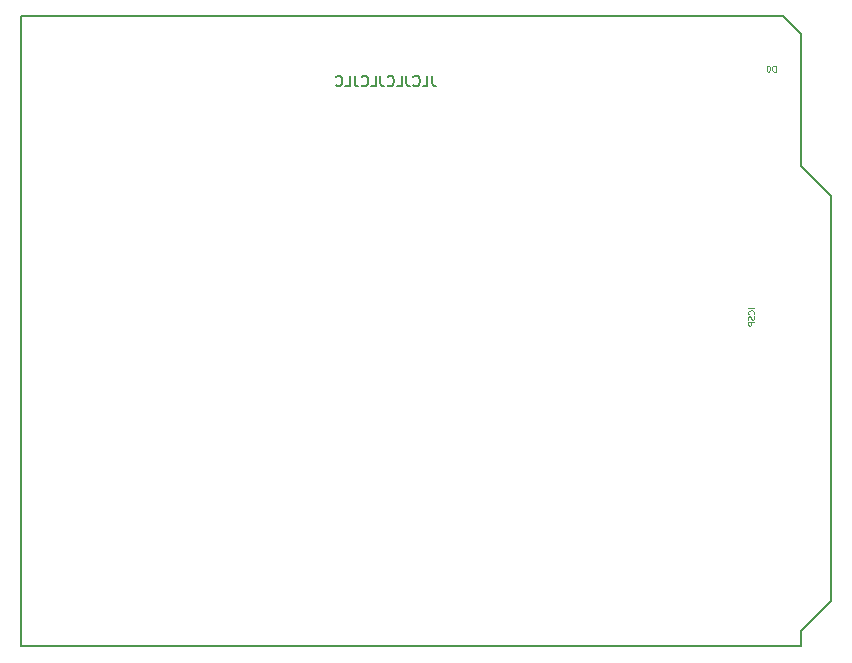
<source format=gbr>
%TF.GenerationSoftware,KiCad,Pcbnew,7.0.2-0*%
%TF.CreationDate,2023-05-27T13:50:39-05:00*%
%TF.ProjectId,CowPi-Shield,436f7750-692d-4536-9869-656c642e6b69,mk3b*%
%TF.SameCoordinates,Original*%
%TF.FileFunction,Legend,Bot*%
%TF.FilePolarity,Positive*%
%FSLAX46Y46*%
G04 Gerber Fmt 4.6, Leading zero omitted, Abs format (unit mm)*
G04 Created by KiCad (PCBNEW 7.0.2-0) date 2023-05-27 13:50:39*
%MOMM*%
%LPD*%
G01*
G04 APERTURE LIST*
%ADD10C,0.150000*%
%ADD11C,0.125000*%
%ADD12C,0.075000*%
G04 APERTURE END LIST*
D10*
X134736189Y-84633227D02*
X134736189Y-85240370D01*
X134736189Y-85240370D02*
X134776666Y-85361798D01*
X134776666Y-85361798D02*
X134857618Y-85442751D01*
X134857618Y-85442751D02*
X134979047Y-85483227D01*
X134979047Y-85483227D02*
X135059999Y-85483227D01*
X133926666Y-85483227D02*
X134331428Y-85483227D01*
X134331428Y-85483227D02*
X134331428Y-84633227D01*
X133157618Y-85402274D02*
X133198094Y-85442751D01*
X133198094Y-85442751D02*
X133319523Y-85483227D01*
X133319523Y-85483227D02*
X133400475Y-85483227D01*
X133400475Y-85483227D02*
X133521904Y-85442751D01*
X133521904Y-85442751D02*
X133602856Y-85361798D01*
X133602856Y-85361798D02*
X133643333Y-85280846D01*
X133643333Y-85280846D02*
X133683809Y-85118941D01*
X133683809Y-85118941D02*
X133683809Y-84997512D01*
X133683809Y-84997512D02*
X133643333Y-84835608D01*
X133643333Y-84835608D02*
X133602856Y-84754655D01*
X133602856Y-84754655D02*
X133521904Y-84673703D01*
X133521904Y-84673703D02*
X133400475Y-84633227D01*
X133400475Y-84633227D02*
X133319523Y-84633227D01*
X133319523Y-84633227D02*
X133198094Y-84673703D01*
X133198094Y-84673703D02*
X133157618Y-84714179D01*
X132550475Y-84633227D02*
X132550475Y-85240370D01*
X132550475Y-85240370D02*
X132590952Y-85361798D01*
X132590952Y-85361798D02*
X132671904Y-85442751D01*
X132671904Y-85442751D02*
X132793333Y-85483227D01*
X132793333Y-85483227D02*
X132874285Y-85483227D01*
X131740952Y-85483227D02*
X132145714Y-85483227D01*
X132145714Y-85483227D02*
X132145714Y-84633227D01*
X130971904Y-85402274D02*
X131012380Y-85442751D01*
X131012380Y-85442751D02*
X131133809Y-85483227D01*
X131133809Y-85483227D02*
X131214761Y-85483227D01*
X131214761Y-85483227D02*
X131336190Y-85442751D01*
X131336190Y-85442751D02*
X131417142Y-85361798D01*
X131417142Y-85361798D02*
X131457619Y-85280846D01*
X131457619Y-85280846D02*
X131498095Y-85118941D01*
X131498095Y-85118941D02*
X131498095Y-84997512D01*
X131498095Y-84997512D02*
X131457619Y-84835608D01*
X131457619Y-84835608D02*
X131417142Y-84754655D01*
X131417142Y-84754655D02*
X131336190Y-84673703D01*
X131336190Y-84673703D02*
X131214761Y-84633227D01*
X131214761Y-84633227D02*
X131133809Y-84633227D01*
X131133809Y-84633227D02*
X131012380Y-84673703D01*
X131012380Y-84673703D02*
X130971904Y-84714179D01*
X130364761Y-84633227D02*
X130364761Y-85240370D01*
X130364761Y-85240370D02*
X130405238Y-85361798D01*
X130405238Y-85361798D02*
X130486190Y-85442751D01*
X130486190Y-85442751D02*
X130607619Y-85483227D01*
X130607619Y-85483227D02*
X130688571Y-85483227D01*
X129555238Y-85483227D02*
X129960000Y-85483227D01*
X129960000Y-85483227D02*
X129960000Y-84633227D01*
X128786190Y-85402274D02*
X128826666Y-85442751D01*
X128826666Y-85442751D02*
X128948095Y-85483227D01*
X128948095Y-85483227D02*
X129029047Y-85483227D01*
X129029047Y-85483227D02*
X129150476Y-85442751D01*
X129150476Y-85442751D02*
X129231428Y-85361798D01*
X129231428Y-85361798D02*
X129271905Y-85280846D01*
X129271905Y-85280846D02*
X129312381Y-85118941D01*
X129312381Y-85118941D02*
X129312381Y-84997512D01*
X129312381Y-84997512D02*
X129271905Y-84835608D01*
X129271905Y-84835608D02*
X129231428Y-84754655D01*
X129231428Y-84754655D02*
X129150476Y-84673703D01*
X129150476Y-84673703D02*
X129029047Y-84633227D01*
X129029047Y-84633227D02*
X128948095Y-84633227D01*
X128948095Y-84633227D02*
X128826666Y-84673703D01*
X128826666Y-84673703D02*
X128786190Y-84714179D01*
X128179047Y-84633227D02*
X128179047Y-85240370D01*
X128179047Y-85240370D02*
X128219524Y-85361798D01*
X128219524Y-85361798D02*
X128300476Y-85442751D01*
X128300476Y-85442751D02*
X128421905Y-85483227D01*
X128421905Y-85483227D02*
X128502857Y-85483227D01*
X127369524Y-85483227D02*
X127774286Y-85483227D01*
X127774286Y-85483227D02*
X127774286Y-84633227D01*
X126600476Y-85402274D02*
X126640952Y-85442751D01*
X126640952Y-85442751D02*
X126762381Y-85483227D01*
X126762381Y-85483227D02*
X126843333Y-85483227D01*
X126843333Y-85483227D02*
X126964762Y-85442751D01*
X126964762Y-85442751D02*
X127045714Y-85361798D01*
X127045714Y-85361798D02*
X127086191Y-85280846D01*
X127086191Y-85280846D02*
X127126667Y-85118941D01*
X127126667Y-85118941D02*
X127126667Y-84997512D01*
X127126667Y-84997512D02*
X127086191Y-84835608D01*
X127086191Y-84835608D02*
X127045714Y-84754655D01*
X127045714Y-84754655D02*
X126964762Y-84673703D01*
X126964762Y-84673703D02*
X126843333Y-84633227D01*
X126843333Y-84633227D02*
X126762381Y-84633227D01*
X126762381Y-84633227D02*
X126640952Y-84673703D01*
X126640952Y-84673703D02*
X126600476Y-84714179D01*
D11*
X161995041Y-104273863D02*
X161495041Y-104273863D01*
X161947422Y-104797672D02*
X161971232Y-104773863D01*
X161971232Y-104773863D02*
X161995041Y-104702434D01*
X161995041Y-104702434D02*
X161995041Y-104654815D01*
X161995041Y-104654815D02*
X161971232Y-104583387D01*
X161971232Y-104583387D02*
X161923612Y-104535768D01*
X161923612Y-104535768D02*
X161875993Y-104511958D01*
X161875993Y-104511958D02*
X161780755Y-104488149D01*
X161780755Y-104488149D02*
X161709327Y-104488149D01*
X161709327Y-104488149D02*
X161614089Y-104511958D01*
X161614089Y-104511958D02*
X161566470Y-104535768D01*
X161566470Y-104535768D02*
X161518851Y-104583387D01*
X161518851Y-104583387D02*
X161495041Y-104654815D01*
X161495041Y-104654815D02*
X161495041Y-104702434D01*
X161495041Y-104702434D02*
X161518851Y-104773863D01*
X161518851Y-104773863D02*
X161542660Y-104797672D01*
X161971232Y-104988149D02*
X161995041Y-105059577D01*
X161995041Y-105059577D02*
X161995041Y-105178625D01*
X161995041Y-105178625D02*
X161971232Y-105226244D01*
X161971232Y-105226244D02*
X161947422Y-105250053D01*
X161947422Y-105250053D02*
X161899803Y-105273863D01*
X161899803Y-105273863D02*
X161852184Y-105273863D01*
X161852184Y-105273863D02*
X161804565Y-105250053D01*
X161804565Y-105250053D02*
X161780755Y-105226244D01*
X161780755Y-105226244D02*
X161756946Y-105178625D01*
X161756946Y-105178625D02*
X161733136Y-105083387D01*
X161733136Y-105083387D02*
X161709327Y-105035768D01*
X161709327Y-105035768D02*
X161685517Y-105011958D01*
X161685517Y-105011958D02*
X161637898Y-104988149D01*
X161637898Y-104988149D02*
X161590279Y-104988149D01*
X161590279Y-104988149D02*
X161542660Y-105011958D01*
X161542660Y-105011958D02*
X161518851Y-105035768D01*
X161518851Y-105035768D02*
X161495041Y-105083387D01*
X161495041Y-105083387D02*
X161495041Y-105202434D01*
X161495041Y-105202434D02*
X161518851Y-105273863D01*
X161995041Y-105488148D02*
X161495041Y-105488148D01*
X161495041Y-105488148D02*
X161495041Y-105678624D01*
X161495041Y-105678624D02*
X161518851Y-105726243D01*
X161518851Y-105726243D02*
X161542660Y-105750053D01*
X161542660Y-105750053D02*
X161590279Y-105773862D01*
X161590279Y-105773862D02*
X161661708Y-105773862D01*
X161661708Y-105773862D02*
X161709327Y-105750053D01*
X161709327Y-105750053D02*
X161733136Y-105726243D01*
X161733136Y-105726243D02*
X161756946Y-105678624D01*
X161756946Y-105678624D02*
X161756946Y-105488148D01*
D12*
%TO.C,XA1*%
X163813047Y-84260546D02*
X163813047Y-83760546D01*
X163813047Y-83760546D02*
X163693999Y-83760546D01*
X163693999Y-83760546D02*
X163622571Y-83784356D01*
X163622571Y-83784356D02*
X163574952Y-83831975D01*
X163574952Y-83831975D02*
X163551142Y-83879594D01*
X163551142Y-83879594D02*
X163527333Y-83974832D01*
X163527333Y-83974832D02*
X163527333Y-84046260D01*
X163527333Y-84046260D02*
X163551142Y-84141498D01*
X163551142Y-84141498D02*
X163574952Y-84189117D01*
X163574952Y-84189117D02*
X163622571Y-84236737D01*
X163622571Y-84236737D02*
X163693999Y-84260546D01*
X163693999Y-84260546D02*
X163813047Y-84260546D01*
X163217809Y-83760546D02*
X163170190Y-83760546D01*
X163170190Y-83760546D02*
X163122571Y-83784356D01*
X163122571Y-83784356D02*
X163098761Y-83808165D01*
X163098761Y-83808165D02*
X163074952Y-83855784D01*
X163074952Y-83855784D02*
X163051142Y-83951022D01*
X163051142Y-83951022D02*
X163051142Y-84070070D01*
X163051142Y-84070070D02*
X163074952Y-84165308D01*
X163074952Y-84165308D02*
X163098761Y-84212927D01*
X163098761Y-84212927D02*
X163122571Y-84236737D01*
X163122571Y-84236737D02*
X163170190Y-84260546D01*
X163170190Y-84260546D02*
X163217809Y-84260546D01*
X163217809Y-84260546D02*
X163265428Y-84236737D01*
X163265428Y-84236737D02*
X163289237Y-84212927D01*
X163289237Y-84212927D02*
X163313047Y-84165308D01*
X163313047Y-84165308D02*
X163336856Y-84070070D01*
X163336856Y-84070070D02*
X163336856Y-83951022D01*
X163336856Y-83951022D02*
X163313047Y-83855784D01*
X163313047Y-83855784D02*
X163289237Y-83808165D01*
X163289237Y-83808165D02*
X163265428Y-83784356D01*
X163265428Y-83784356D02*
X163217809Y-83760546D01*
D10*
X99944000Y-79584237D02*
X99944000Y-132924237D01*
X99944000Y-79584237D02*
X164460000Y-79584237D01*
X99944000Y-132924237D02*
X165984000Y-132924237D01*
X164460000Y-79584237D02*
X165984000Y-81108237D01*
X165984000Y-92284237D02*
X165984000Y-81108237D01*
X165984000Y-131654237D02*
X168524000Y-129114237D01*
X165984000Y-132924237D02*
X165984000Y-131654237D01*
X168524000Y-94824237D02*
X165984000Y-92284237D01*
X168524000Y-129114237D02*
X168524000Y-94824237D01*
%TD*%
M02*

</source>
